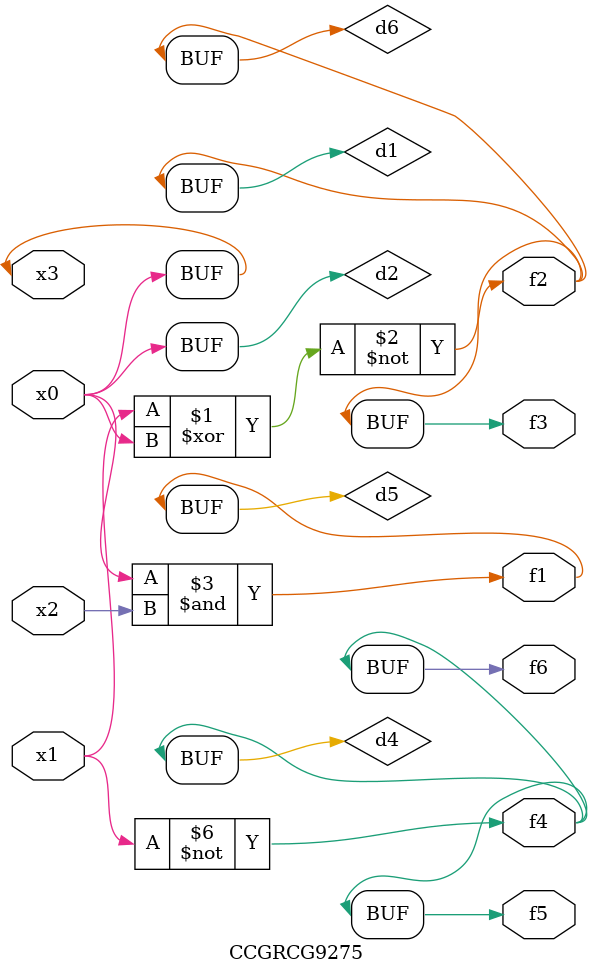
<source format=v>
module CCGRCG9275(
	input x0, x1, x2, x3,
	output f1, f2, f3, f4, f5, f6
);

	wire d1, d2, d3, d4, d5, d6;

	xnor (d1, x1, x3);
	buf (d2, x0, x3);
	nand (d3, x0, x2);
	not (d4, x1);
	nand (d5, d3);
	or (d6, d1);
	assign f1 = d5;
	assign f2 = d6;
	assign f3 = d6;
	assign f4 = d4;
	assign f5 = d4;
	assign f6 = d4;
endmodule

</source>
